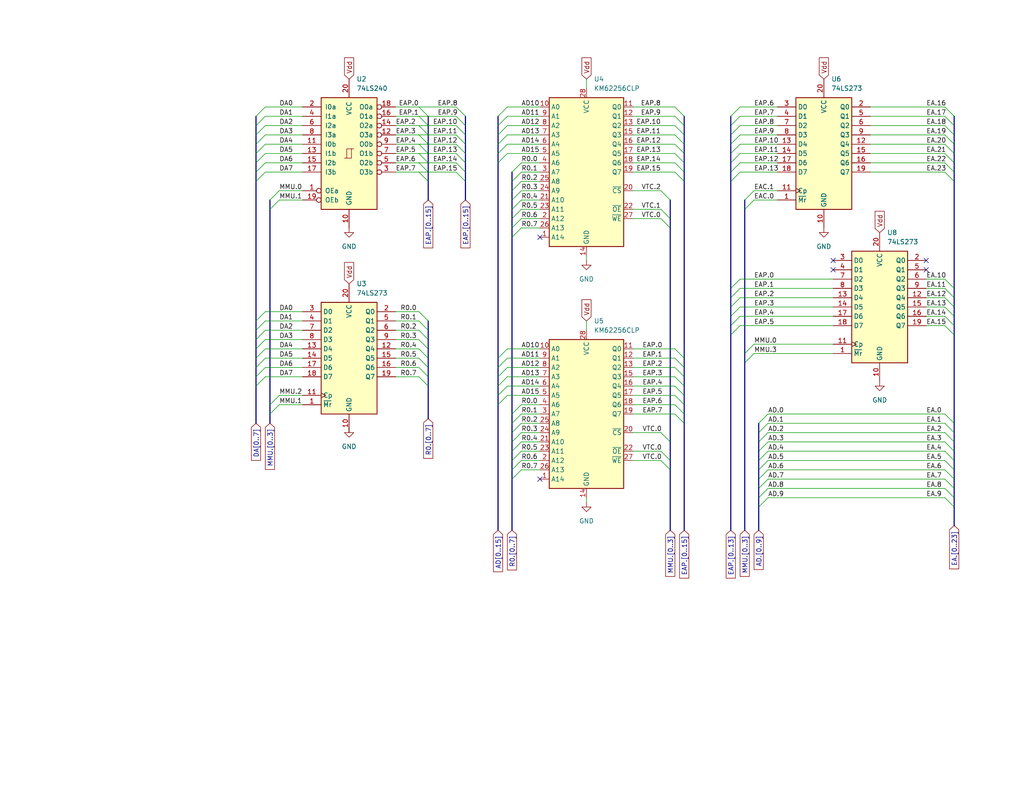
<source format=kicad_sch>
(kicad_sch (version 20211123) (generator eeschema)
  (paper "USLetter")
  (lib_symbols
    (symbol "74xx:74LS240" (pin_names (offset 1.016))
      (property "Reference" "U" (at -7.62 16.51 0))
      (property "Value" "74LS240" (at -7.62 -16.51 0))
      (symbol "74LS240_1_0"
        (polyline (pts (xy -0.635 -1.27) (xy -0.635 1.27) (xy 0.635 1.27)))
        (polyline (pts (xy -1.27 -1.27) (xy 0.635 -1.27) (xy 0.635 1.27) (xy 1.27 1.27)))
        (pin input inverted (at -12.7 -10.16 0) (length 5.08) (name "OEa") (number "1"))
        (pin power_in line (at 0 -20.32 90) (length 5.08) (name "GND") (number "10"))
        (pin input line (at -12.7 2.54 0) (length 5.08) (name "I0b") (number "11"))
        (pin tri_state inverted (at 12.7 5.08 180) (length 5.08) (name "O3a") (number "12"))
        (pin input line (at -12.7 0 0) (length 5.08) (name "I1b") (number "13"))
        (pin tri_state inverted (at 12.7 7.62 180) (length 5.08) (name "O2a") (number "14"))
        (pin input line (at -12.7 -2.54 0) (length 5.08) (name "I2b") (number "15"))
        (pin tri_state inverted (at 12.7 10.16 180) (length 5.08) (name "O1a") (number "16"))
        (pin input line (at -12.7 -5.08 0) (length 5.08) (name "I3b") (number "17"))
        (pin tri_state inverted (at 12.7 12.7 180) (length 5.08) (name "O0a") (number "18"))
        (pin input inverted (at -12.7 -12.7 0) (length 5.08) (name "OEb") (number "19"))
        (pin input line (at -12.7 12.7 0) (length 5.08) (name "I0a") (number "2"))
        (pin power_in line (at 0 20.32 270) (length 5.08) (name "VCC") (number "20"))
        (pin tri_state inverted (at 12.7 -5.08 180) (length 5.08) (name "O3b") (number "3"))
        (pin input line (at -12.7 10.16 0) (length 5.08) (name "I1a") (number "4"))
        (pin tri_state inverted (at 12.7 -2.54 180) (length 5.08) (name "O2b") (number "5"))
        (pin input line (at -12.7 7.62 0) (length 5.08) (name "I2a") (number "6"))
        (pin tri_state inverted (at 12.7 0 180) (length 5.08) (name "O1b") (number "7"))
        (pin input line (at -12.7 5.08 0) (length 5.08) (name "I3a") (number "8"))
        (pin tri_state inverted (at 12.7 2.54 180) (length 5.08) (name "O0b") (number "9"))
      )
      (symbol "74LS240_1_1"
        (rectangle (start -7.62 15.24) (end 7.62 -15.24) (stroke (width 0.254)) (fill (type background)))
      )
    )
    (symbol "74xx:74LS273"
      (property "Reference" "U" (at -7.62 16.51 0))
      (property "Value" "74LS273" (at -7.62 -16.51 0))
      (symbol "74LS273_1_0"
        (pin input line (at -12.7 -12.7 0) (length 5.08) (name "~{Mr}") (number "1"))
        (pin power_in line (at 0 -20.32 90) (length 5.08) (name "GND") (number "10"))
        (pin input clock (at -12.7 -10.16 0) (length 5.08) (name "Cp") (number "11"))
        (pin output line (at 12.7 2.54 180) (length 5.08) (name "Q4") (number "12"))
        (pin input line (at -12.7 2.54 0) (length 5.08) (name "D4") (number "13"))
        (pin input line (at -12.7 0 0) (length 5.08) (name "D5") (number "14"))
        (pin output line (at 12.7 0 180) (length 5.08) (name "Q5") (number "15"))
        (pin output line (at 12.7 -2.54 180) (length 5.08) (name "Q6") (number "16"))
        (pin input line (at -12.7 -2.54 0) (length 5.08) (name "D6") (number "17"))
        (pin input line (at -12.7 -5.08 0) (length 5.08) (name "D7") (number "18"))
        (pin output line (at 12.7 -5.08 180) (length 5.08) (name "Q7") (number "19"))
        (pin output line (at 12.7 12.7 180) (length 5.08) (name "Q0") (number "2"))
        (pin power_in line (at 0 20.32 270) (length 5.08) (name "VCC") (number "20"))
        (pin input line (at -12.7 12.7 0) (length 5.08) (name "D0") (number "3"))
        (pin input line (at -12.7 10.16 0) (length 5.08) (name "D1") (number "4"))
        (pin output line (at 12.7 10.16 180) (length 5.08) (name "Q1") (number "5"))
        (pin output line (at 12.7 7.62 180) (length 5.08) (name "Q2") (number "6"))
        (pin input line (at -12.7 7.62 0) (length 5.08) (name "D2") (number "7"))
        (pin input line (at -12.7 5.08 0) (length 5.08) (name "D3") (number "8"))
        (pin output line (at 12.7 5.08 180) (length 5.08) (name "Q3") (number "9"))
      )
      (symbol "74LS273_1_1"
        (rectangle (start -7.62 15.24) (end 7.62 -15.24) (stroke (width 0.254)) (fill (type background)))
      )
    )
    (symbol "Memory_RAM:KM62256CLP"
      (property "Reference" "U" (at -10.16 20.955 0))
      (property "Value" "KM62256CLP" (at 2.54 20.955 0))
      (symbol "KM62256CLP_0_0"
        (pin power_in line (at 0 -22.86 90) (length 2.54) (name "GND") (number "14"))
        (pin power_in line (at 0 22.86 270) (length 2.54) (name "VCC") (number "28"))
      )
      (symbol "KM62256CLP_0_1"
        (rectangle (start -10.16 20.32) (end 10.16 -20.32) (stroke (width 0.254)) (fill (type background)))
      )
      (symbol "KM62256CLP_1_1"
        (pin input line (at -12.7 -17.78 0) (length 2.54) (name "A14") (number "1"))
        (pin input line (at -12.7 17.78 0) (length 2.54) (name "A0") (number "10"))
        (pin tri_state line (at 12.7 17.78 180) (length 2.54) (name "Q0") (number "11"))
        (pin tri_state line (at 12.7 15.24 180) (length 2.54) (name "Q1") (number "12"))
        (pin tri_state line (at 12.7 12.7 180) (length 2.54) (name "Q2") (number "13"))
        (pin tri_state line (at 12.7 10.16 180) (length 2.54) (name "Q3") (number "15"))
        (pin tri_state line (at 12.7 7.62 180) (length 2.54) (name "Q4") (number "16"))
        (pin tri_state line (at 12.7 5.08 180) (length 2.54) (name "Q5") (number "17"))
        (pin tri_state line (at 12.7 2.54 180) (length 2.54) (name "Q6") (number "18"))
        (pin tri_state line (at 12.7 0 180) (length 2.54) (name "Q7") (number "19"))
        (pin input line (at -12.7 -12.7 0) (length 2.54) (name "A12") (number "2"))
        (pin input line (at 12.7 -5.08 180) (length 2.54) (name "~{CS}") (number "20"))
        (pin input line (at -12.7 -7.62 0) (length 2.54) (name "A10") (number "21"))
        (pin input line (at 12.7 -10.16 180) (length 2.54) (name "~{OE}") (number "22"))
        (pin input line (at -12.7 -10.16 0) (length 2.54) (name "A11") (number "23"))
        (pin input line (at -12.7 -5.08 0) (length 2.54) (name "A9") (number "24"))
        (pin input line (at -12.7 -2.54 0) (length 2.54) (name "A8") (number "25"))
        (pin input line (at -12.7 -15.24 0) (length 2.54) (name "A13") (number "26"))
        (pin input line (at 12.7 -12.7 180) (length 2.54) (name "~{WE}") (number "27"))
        (pin input line (at -12.7 0 0) (length 2.54) (name "A7") (number "3"))
        (pin input line (at -12.7 2.54 0) (length 2.54) (name "A6") (number "4"))
        (pin input line (at -12.7 5.08 0) (length 2.54) (name "A5") (number "5"))
        (pin input line (at -12.7 7.62 0) (length 2.54) (name "A4") (number "6"))
        (pin input line (at -12.7 10.16 0) (length 2.54) (name "A3") (number "7"))
        (pin input line (at -12.7 12.7 0) (length 2.54) (name "A2") (number "8"))
        (pin input line (at -12.7 15.24 0) (length 2.54) (name "A1") (number "9"))
      )
    )
    (symbol "power:GND" (power) (pin_names (offset 0))
      (property "Value" "GND" (at 0 -3.81 0))
      (symbol "GND_0_1"
        (polyline (pts (xy 0 0) (xy 0 -1.27) (xy 1.27 -1.27) (xy 0 -2.54) (xy -1.27 -1.27) (xy 0 -1.27)))
      )
      (symbol "GND_1_1"
        (pin power_in line (at 0 0 270) (length 0) hide (name "GND") (number "1"))
      )
    )
  )
  (no_connect (at 227.33 71.12))
  (no_connect (at 227.33 73.66))
  (no_connect (at 252.73 73.66))
  (no_connect (at 252.73 71.12))
  (no_connect (at 147.32 64.77))
  (no_connect (at 147.32 130.81))
  (bus_entry (at 186.69 102.87) (size -2.54 -2.54))
  (bus_entry (at 116.84 105.41) (size -2.54 -2.54))
  (bus_entry (at 260.35 91.44) (size -2.54 -2.54))
  (bus_entry (at 139.7 46.99) (size 2.54 -2.54))
  (bus_entry (at 135.89 105.41) (size 2.54 -2.54))
  (bus_entry (at 116.84 41.91) (size -2.54 -2.54))
  (bus_entry (at 260.35 49.53) (size -2.54 -2.54))
  (bus_entry (at 182.88 120.65) (size -2.54 -2.54))
  (bus_entry (at 116.84 49.53) (size -2.54 -2.54))
  (bus_entry (at 135.89 31.75) (size 2.54 -2.54))
  (bus_entry (at 186.69 110.49) (size -2.54 -2.54))
  (bus_entry (at 135.89 97.79) (size 2.54 -2.54))
  (bus_entry (at 73.66 113.03) (size 2.54 -2.54))
  (bus_entry (at 207.01 138.43) (size 2.54 -2.54))
  (bus_entry (at 199.39 88.9) (size 2.54 -2.54))
  (bus_entry (at 139.7 59.69) (size 2.54 -2.54))
  (bus_entry (at 199.39 91.44) (size 2.54 -2.54))
  (bus_entry (at 260.35 88.9) (size -2.54 -2.54))
  (bus_entry (at 135.89 36.83) (size 2.54 -2.54))
  (bus_entry (at 203.2 57.15) (size 2.54 -2.54))
  (bus_entry (at 186.69 107.95) (size -2.54 -2.54))
  (bus_entry (at 116.84 46.99) (size -2.54 -2.54))
  (bus_entry (at 207.01 120.65) (size 2.54 -2.54))
  (bus_entry (at 69.85 39.37) (size 2.54 -2.54))
  (bus_entry (at 69.85 36.83) (size 2.54 -2.54))
  (bus_entry (at 260.35 123.19) (size -2.54 -2.54))
  (bus_entry (at 186.69 44.45) (size -2.54 -2.54))
  (bus_entry (at 116.84 95.25) (size -2.54 -2.54))
  (bus_entry (at 182.88 125.73) (size -2.54 -2.54))
  (bus_entry (at 182.88 62.23) (size -2.54 -2.54))
  (bus_entry (at 135.89 110.49) (size 2.54 -2.54))
  (bus_entry (at 260.35 34.29) (size -2.54 -2.54))
  (bus_entry (at 116.84 36.83) (size -2.54 -2.54))
  (bus_entry (at 135.89 41.91) (size 2.54 -2.54))
  (bus_entry (at 186.69 36.83) (size -2.54 -2.54))
  (bus_entry (at 207.01 130.81) (size 2.54 -2.54))
  (bus_entry (at 135.89 44.45) (size 2.54 -2.54))
  (bus_entry (at 139.7 130.81) (size 2.54 -2.54))
  (bus_entry (at 207.01 118.11) (size 2.54 -2.54))
  (bus_entry (at 116.84 31.75) (size -2.54 -2.54))
  (bus_entry (at 69.85 49.53) (size 2.54 -2.54))
  (bus_entry (at 260.35 115.57) (size -2.54 -2.54))
  (bus_entry (at 199.39 34.29) (size 2.54 -2.54))
  (bus_entry (at 207.01 133.35) (size 2.54 -2.54))
  (bus_entry (at 260.35 133.35) (size -2.54 -2.54))
  (bus_entry (at 260.35 31.75) (size -2.54 -2.54))
  (bus_entry (at 116.84 39.37) (size -2.54 -2.54))
  (bus_entry (at 127 44.45) (size -2.54 -2.54))
  (bus_entry (at 260.35 86.36) (size -2.54 -2.54))
  (bus_entry (at 186.69 31.75) (size -2.54 -2.54))
  (bus_entry (at 139.7 118.11) (size 2.54 -2.54))
  (bus_entry (at 69.85 41.91) (size 2.54 -2.54))
  (bus_entry (at 139.7 49.53) (size 2.54 -2.54))
  (bus_entry (at 260.35 44.45) (size -2.54 -2.54))
  (bus_entry (at 69.85 100.33) (size 2.54 -2.54))
  (bus_entry (at 186.69 49.53) (size -2.54 -2.54))
  (bus_entry (at 135.89 39.37) (size 2.54 -2.54))
  (bus_entry (at 260.35 46.99) (size -2.54 -2.54))
  (bus_entry (at 127 31.75) (size -2.54 -2.54))
  (bus_entry (at 73.66 110.49) (size 2.54 -2.54))
  (bus_entry (at 182.88 59.69) (size -2.54 -2.54))
  (bus_entry (at 73.66 57.15) (size 2.54 -2.54))
  (bus_entry (at 127 49.53) (size -2.54 -2.54))
  (bus_entry (at 260.35 81.28) (size -2.54 -2.54))
  (bus_entry (at 260.35 41.91) (size -2.54 -2.54))
  (bus_entry (at 199.39 86.36) (size 2.54 -2.54))
  (bus_entry (at 260.35 125.73) (size -2.54 -2.54))
  (bus_entry (at 139.7 128.27) (size 2.54 -2.54))
  (bus_entry (at 186.69 39.37) (size -2.54 -2.54))
  (bus_entry (at 139.7 123.19) (size 2.54 -2.54))
  (bus_entry (at 182.88 128.27) (size -2.54 -2.54))
  (bus_entry (at 186.69 41.91) (size -2.54 -2.54))
  (bus_entry (at 114.3 85.09) (size 2.54 2.54))
  (bus_entry (at 114.3 87.63) (size 2.54 2.54))
  (bus_entry (at 69.85 105.41) (size 2.54 -2.54))
  (bus_entry (at 260.35 135.89) (size -2.54 -2.54))
  (bus_entry (at 260.35 36.83) (size -2.54 -2.54))
  (bus_entry (at 69.85 92.71) (size 2.54 -2.54))
  (bus_entry (at 260.35 120.65) (size -2.54 -2.54))
  (bus_entry (at 260.35 78.74) (size -2.54 -2.54))
  (bus_entry (at 135.89 34.29) (size 2.54 -2.54))
  (bus_entry (at 260.35 83.82) (size -2.54 -2.54))
  (bus_entry (at 69.85 102.87) (size 2.54 -2.54))
  (bus_entry (at 69.85 97.79) (size 2.54 -2.54))
  (bus_entry (at 199.39 46.99) (size 2.54 -2.54))
  (bus_entry (at 186.69 34.29) (size -2.54 -2.54))
  (bus_entry (at 135.89 102.87) (size 2.54 -2.54))
  (bus_entry (at 116.84 102.87) (size -2.54 -2.54))
  (bus_entry (at 186.69 97.79) (size -2.54 -2.54))
  (bus_entry (at 69.85 87.63) (size 2.54 -2.54))
  (bus_entry (at 127 34.29) (size -2.54 -2.54))
  (bus_entry (at 135.89 107.95) (size 2.54 -2.54))
  (bus_entry (at 73.66 54.61) (size 2.54 -2.54))
  (bus_entry (at 127 41.91) (size -2.54 -2.54))
  (bus_entry (at 199.39 81.28) (size 2.54 -2.54))
  (bus_entry (at 207.01 128.27) (size 2.54 -2.54))
  (bus_entry (at 127 39.37) (size -2.54 -2.54))
  (bus_entry (at 199.39 31.75) (size 2.54 -2.54))
  (bus_entry (at 203.2 99.06) (size 2.54 -2.54))
  (bus_entry (at 139.7 113.03) (size 2.54 -2.54))
  (bus_entry (at 260.35 118.11) (size -2.54 -2.54))
  (bus_entry (at 69.85 31.75) (size 2.54 -2.54))
  (bus_entry (at 139.7 54.61) (size 2.54 -2.54))
  (bus_entry (at 139.7 120.65) (size 2.54 -2.54))
  (bus_entry (at 139.7 64.77) (size 2.54 -2.54))
  (bus_entry (at 116.84 92.71) (size -2.54 -2.54))
  (bus_entry (at 199.39 83.82) (size 2.54 -2.54))
  (bus_entry (at 199.39 44.45) (size 2.54 -2.54))
  (bus_entry (at 207.01 115.57) (size 2.54 -2.54))
  (bus_entry (at 139.7 57.15) (size 2.54 -2.54))
  (bus_entry (at 260.35 128.27) (size -2.54 -2.54))
  (bus_entry (at 116.84 100.33) (size -2.54 -2.54))
  (bus_entry (at 69.85 95.25) (size 2.54 -2.54))
  (bus_entry (at 116.84 97.79) (size -2.54 -2.54))
  (bus_entry (at 69.85 44.45) (size 2.54 -2.54))
  (bus_entry (at 203.2 54.61) (size 2.54 -2.54))
  (bus_entry (at 199.39 41.91) (size 2.54 -2.54))
  (bus_entry (at 139.7 115.57) (size 2.54 -2.54))
  (bus_entry (at 139.7 62.23) (size 2.54 -2.54))
  (bus_entry (at 186.69 100.33) (size -2.54 -2.54))
  (bus_entry (at 260.35 130.81) (size -2.54 -2.54))
  (bus_entry (at 199.39 39.37) (size 2.54 -2.54))
  (bus_entry (at 69.85 34.29) (size 2.54 -2.54))
  (bus_entry (at 260.35 138.43) (size -2.54 -2.54))
  (bus_entry (at 69.85 46.99) (size 2.54 -2.54))
  (bus_entry (at 199.39 78.74) (size 2.54 -2.54))
  (bus_entry (at 182.88 54.61) (size -2.54 -2.54))
  (bus_entry (at 186.69 113.03) (size -2.54 -2.54))
  (bus_entry (at 207.01 123.19) (size 2.54 -2.54))
  (bus_entry (at 207.01 135.89) (size 2.54 -2.54))
  (bus_entry (at 116.84 44.45) (size -2.54 -2.54))
  (bus_entry (at 69.85 90.17) (size 2.54 -2.54))
  (bus_entry (at 199.39 49.53) (size 2.54 -2.54))
  (bus_entry (at 135.89 100.33) (size 2.54 -2.54))
  (bus_entry (at 260.35 39.37) (size -2.54 -2.54))
  (bus_entry (at 203.2 96.52) (size 2.54 -2.54))
  (bus_entry (at 127 46.99) (size -2.54 -2.54))
  (bus_entry (at 207.01 125.73) (size 2.54 -2.54))
  (bus_entry (at 186.69 46.99) (size -2.54 -2.54))
  (bus_entry (at 186.69 105.41) (size -2.54 -2.54))
  (bus_entry (at 139.7 52.07) (size 2.54 -2.54))
  (bus_entry (at 116.84 34.29) (size -2.54 -2.54))
  (bus_entry (at 139.7 125.73) (size 2.54 -2.54))
  (bus_entry (at 186.69 115.57) (size -2.54 -2.54))
  (bus_entry (at 199.39 36.83) (size 2.54 -2.54))
  (bus_entry (at 127 36.83) (size -2.54 -2.54))
  (wire (pts (xy 201.93 34.29) (xy 212.09 34.29)))
  (wire (pts (xy 142.24 54.61) (xy 147.32 54.61)))
  (wire (pts (xy 172.72 100.33) (xy 184.15 100.33)))
  (wire (pts (xy 201.93 81.28) (xy 227.33 81.28)))
  (bus (pts (xy 139.7 52.07) (xy 139.7 54.61)))
  (wire (pts (xy 142.24 123.19) (xy 147.32 123.19)))
  (wire (pts (xy 237.49 29.21) (xy 257.81 29.21)))
  (bus (pts (xy 260.35 128.27) (xy 260.35 130.81)))
  (wire (pts (xy 72.39 100.33) (xy 82.55 100.33)))
  (bus (pts (xy 69.85 100.33) (xy 69.85 102.87)))
  (bus (pts (xy 135.89 110.49) (xy 135.89 144.78)))
  (bus (pts (xy 69.85 34.29) (xy 69.85 36.83)))
  (wire (pts (xy 201.93 78.74) (xy 227.33 78.74)))
  (wire (pts (xy 142.24 118.11) (xy 147.32 118.11)))
  (bus (pts (xy 207.01 133.35) (xy 207.01 135.89)))
  (bus (pts (xy 116.84 87.63) (xy 116.84 90.17)))
  (bus (pts (xy 127 46.99) (xy 127 49.53)))
  (bus (pts (xy 116.84 102.87) (xy 116.84 105.41)))
  (bus (pts (xy 260.35 31.75) (xy 260.35 34.29)))
  (wire (pts (xy 142.24 57.15) (xy 147.32 57.15)))
  (wire (pts (xy 172.72 52.07) (xy 180.34 52.07)))
  (bus (pts (xy 186.69 44.45) (xy 186.69 46.99)))
  (bus (pts (xy 69.85 41.91) (xy 69.85 44.45)))
  (bus (pts (xy 135.89 34.29) (xy 135.89 36.83)))
  (wire (pts (xy 138.43 31.75) (xy 147.32 31.75)))
  (wire (pts (xy 201.93 88.9) (xy 227.33 88.9)))
  (wire (pts (xy 107.95 39.37) (xy 114.3 39.37)))
  (wire (pts (xy 72.39 31.75) (xy 82.55 31.75)))
  (bus (pts (xy 139.7 46.99) (xy 139.7 49.53)))
  (bus (pts (xy 69.85 39.37) (xy 69.85 41.91)))
  (wire (pts (xy 72.39 102.87) (xy 82.55 102.87)))
  (bus (pts (xy 73.66 57.15) (xy 73.66 110.49)))
  (bus (pts (xy 199.39 78.74) (xy 199.39 81.28)))
  (wire (pts (xy 142.24 52.07) (xy 147.32 52.07)))
  (wire (pts (xy 114.3 34.29) (xy 116.84 34.29)))
  (wire (pts (xy 172.72 46.99) (xy 184.15 46.99)))
  (bus (pts (xy 127 41.91) (xy 127 44.45)))
  (bus (pts (xy 69.85 49.53) (xy 69.85 87.63)))
  (bus (pts (xy 203.2 96.52) (xy 203.2 99.06)))
  (wire (pts (xy 107.95 41.91) (xy 114.3 41.91)))
  (wire (pts (xy 201.93 44.45) (xy 212.09 44.45)))
  (wire (pts (xy 107.95 102.87) (xy 114.3 102.87)))
  (wire (pts (xy 116.84 44.45) (xy 124.46 44.45)))
  (wire (pts (xy 160.02 71.12) (xy 160.02 69.85)))
  (wire (pts (xy 172.72 110.49) (xy 184.15 110.49)))
  (wire (pts (xy 72.39 97.79) (xy 82.55 97.79)))
  (wire (pts (xy 252.73 83.82) (xy 257.81 83.82)))
  (wire (pts (xy 160.02 87.63) (xy 160.02 90.17)))
  (wire (pts (xy 114.3 46.99) (xy 116.84 46.99)))
  (wire (pts (xy 252.73 78.74) (xy 257.81 78.74)))
  (wire (pts (xy 172.72 41.91) (xy 184.15 41.91)))
  (bus (pts (xy 135.89 44.45) (xy 135.89 97.79)))
  (wire (pts (xy 76.2 107.95) (xy 82.55 107.95)))
  (bus (pts (xy 139.7 118.11) (xy 139.7 120.65)))
  (wire (pts (xy 237.49 41.91) (xy 257.81 41.91)))
  (bus (pts (xy 69.85 105.41) (xy 69.85 115.57)))
  (bus (pts (xy 116.84 41.91) (xy 116.84 44.45)))
  (bus (pts (xy 260.35 49.53) (xy 260.35 78.74)))
  (bus (pts (xy 182.88 120.65) (xy 182.88 125.73)))
  (wire (pts (xy 172.72 39.37) (xy 184.15 39.37)))
  (wire (pts (xy 160.02 21.59) (xy 160.02 24.13)))
  (bus (pts (xy 207.01 123.19) (xy 207.01 125.73)))
  (wire (pts (xy 142.24 49.53) (xy 147.32 49.53)))
  (bus (pts (xy 127 36.83) (xy 127 39.37)))
  (bus (pts (xy 116.84 92.71) (xy 116.84 95.25)))
  (wire (pts (xy 114.3 31.75) (xy 107.95 31.75)))
  (bus (pts (xy 135.89 36.83) (xy 135.89 39.37)))
  (wire (pts (xy 116.84 34.29) (xy 124.46 34.29)))
  (bus (pts (xy 135.89 97.79) (xy 135.89 100.33)))
  (bus (pts (xy 260.35 81.28) (xy 260.35 83.82)))
  (wire (pts (xy 201.93 36.83) (xy 212.09 36.83)))
  (bus (pts (xy 260.35 83.82) (xy 260.35 86.36)))
  (wire (pts (xy 201.93 39.37) (xy 212.09 39.37)))
  (bus (pts (xy 116.84 46.99) (xy 116.84 49.53)))
  (bus (pts (xy 186.69 34.29) (xy 186.69 36.83)))
  (wire (pts (xy 138.43 100.33) (xy 147.32 100.33)))
  (wire (pts (xy 209.55 118.11) (xy 257.81 118.11)))
  (bus (pts (xy 69.85 95.25) (xy 69.85 97.79)))
  (bus (pts (xy 139.7 120.65) (xy 139.7 123.19)))
  (bus (pts (xy 207.01 120.65) (xy 207.01 123.19)))
  (wire (pts (xy 142.24 125.73) (xy 147.32 125.73)))
  (bus (pts (xy 203.2 57.15) (xy 203.2 96.52)))
  (bus (pts (xy 186.69 102.87) (xy 186.69 105.41)))
  (bus (pts (xy 186.69 41.91) (xy 186.69 44.45)))
  (wire (pts (xy 76.2 110.49) (xy 82.55 110.49)))
  (wire (pts (xy 138.43 41.91) (xy 147.32 41.91)))
  (wire (pts (xy 209.55 133.35) (xy 257.81 133.35)))
  (bus (pts (xy 135.89 100.33) (xy 135.89 102.87)))
  (wire (pts (xy 201.93 29.21) (xy 212.09 29.21)))
  (wire (pts (xy 252.73 88.9) (xy 257.81 88.9)))
  (wire (pts (xy 201.93 46.99) (xy 212.09 46.99)))
  (bus (pts (xy 203.2 54.61) (xy 203.2 57.15)))
  (wire (pts (xy 237.49 39.37) (xy 257.81 39.37)))
  (bus (pts (xy 199.39 83.82) (xy 199.39 86.36)))
  (wire (pts (xy 72.39 36.83) (xy 82.55 36.83)))
  (wire (pts (xy 114.3 41.91) (xy 116.84 41.91)))
  (bus (pts (xy 207.01 128.27) (xy 207.01 130.81)))
  (bus (pts (xy 135.89 31.75) (xy 135.89 34.29)))
  (bus (pts (xy 260.35 44.45) (xy 260.35 46.99)))
  (wire (pts (xy 172.72 31.75) (xy 184.15 31.75)))
  (wire (pts (xy 72.39 90.17) (xy 82.55 90.17)))
  (wire (pts (xy 209.55 113.03) (xy 257.81 113.03)))
  (bus (pts (xy 260.35 86.36) (xy 260.35 88.9)))
  (bus (pts (xy 260.35 36.83) (xy 260.35 39.37)))
  (wire (pts (xy 209.55 123.19) (xy 257.81 123.19)))
  (bus (pts (xy 139.7 128.27) (xy 139.7 130.81)))
  (wire (pts (xy 138.43 97.79) (xy 147.32 97.79)))
  (bus (pts (xy 260.35 135.89) (xy 260.35 138.43)))
  (bus (pts (xy 207.01 130.81) (xy 207.01 133.35)))
  (wire (pts (xy 160.02 137.16) (xy 160.02 135.89)))
  (wire (pts (xy 107.95 34.29) (xy 114.3 34.29)))
  (bus (pts (xy 260.35 41.91) (xy 260.35 44.45)))
  (bus (pts (xy 116.84 90.17) (xy 116.84 92.71)))
  (wire (pts (xy 201.93 31.75) (xy 212.09 31.75)))
  (bus (pts (xy 186.69 115.57) (xy 186.69 144.78)))
  (wire (pts (xy 138.43 29.21) (xy 147.32 29.21)))
  (wire (pts (xy 209.55 120.65) (xy 257.81 120.65)))
  (bus (pts (xy 207.01 138.43) (xy 207.01 144.78)))
  (bus (pts (xy 203.2 99.06) (xy 203.2 144.78)))
  (wire (pts (xy 142.24 115.57) (xy 147.32 115.57)))
  (wire (pts (xy 142.24 128.27) (xy 147.32 128.27)))
  (wire (pts (xy 95.25 118.11) (xy 95.25 116.84)))
  (bus (pts (xy 182.88 54.61) (xy 182.88 59.69)))
  (bus (pts (xy 127 39.37) (xy 127 41.91)))
  (bus (pts (xy 116.84 97.79) (xy 116.84 100.33)))
  (wire (pts (xy 205.74 54.61) (xy 212.09 54.61)))
  (wire (pts (xy 172.72 36.83) (xy 184.15 36.83)))
  (wire (pts (xy 116.84 36.83) (xy 124.46 36.83)))
  (wire (pts (xy 107.95 85.09) (xy 114.3 85.09)))
  (wire (pts (xy 209.55 130.81) (xy 257.81 130.81)))
  (wire (pts (xy 205.74 93.98) (xy 227.33 93.98)))
  (wire (pts (xy 172.72 57.15) (xy 180.34 57.15)))
  (wire (pts (xy 252.73 81.28) (xy 257.81 81.28)))
  (wire (pts (xy 72.39 29.21) (xy 82.55 29.21)))
  (wire (pts (xy 237.49 31.75) (xy 257.81 31.75)))
  (wire (pts (xy 107.95 95.25) (xy 114.3 95.25)))
  (bus (pts (xy 116.84 100.33) (xy 116.84 102.87)))
  (bus (pts (xy 73.66 54.61) (xy 73.66 57.15)))
  (wire (pts (xy 252.73 86.36) (xy 257.81 86.36)))
  (wire (pts (xy 237.49 44.45) (xy 257.81 44.45)))
  (wire (pts (xy 107.95 97.79) (xy 114.3 97.79)))
  (wire (pts (xy 205.74 96.52) (xy 227.33 96.52)))
  (wire (pts (xy 138.43 102.87) (xy 147.32 102.87)))
  (wire (pts (xy 138.43 34.29) (xy 147.32 34.29)))
  (bus (pts (xy 182.88 128.27) (xy 182.88 144.78)))
  (bus (pts (xy 116.84 44.45) (xy 116.84 46.99)))
  (bus (pts (xy 199.39 91.44) (xy 199.39 144.78)))
  (wire (pts (xy 172.72 97.79) (xy 184.15 97.79)))
  (bus (pts (xy 199.39 39.37) (xy 199.39 41.91)))
  (bus (pts (xy 139.7 123.19) (xy 139.7 125.73)))
  (bus (pts (xy 260.35 34.29) (xy 260.35 36.83)))
  (wire (pts (xy 237.49 36.83) (xy 257.81 36.83)))
  (bus (pts (xy 69.85 31.75) (xy 69.85 34.29)))
  (bus (pts (xy 260.35 115.57) (xy 260.35 118.11)))
  (wire (pts (xy 138.43 95.25) (xy 147.32 95.25)))
  (bus (pts (xy 139.7 59.69) (xy 139.7 62.23)))
  (bus (pts (xy 116.84 39.37) (xy 116.84 41.91)))
  (bus (pts (xy 135.89 107.95) (xy 135.89 110.49)))
  (bus (pts (xy 182.88 125.73) (xy 182.88 128.27)))
  (bus (pts (xy 199.39 36.83) (xy 199.39 39.37)))
  (wire (pts (xy 172.72 95.25) (xy 184.15 95.25)))
  (bus (pts (xy 207.01 118.11) (xy 207.01 120.65)))
  (bus (pts (xy 182.88 62.23) (xy 182.88 120.65)))
  (wire (pts (xy 172.72 59.69) (xy 180.34 59.69)))
  (wire (pts (xy 114.3 31.75) (xy 116.84 31.75)))
  (wire (pts (xy 172.72 29.21) (xy 184.15 29.21)))
  (bus (pts (xy 260.35 39.37) (xy 260.35 41.91)))
  (wire (pts (xy 107.95 90.17) (xy 114.3 90.17)))
  (wire (pts (xy 72.39 87.63) (xy 82.55 87.63)))
  (wire (pts (xy 142.24 62.23) (xy 147.32 62.23)))
  (bus (pts (xy 186.69 107.95) (xy 186.69 110.49)))
  (bus (pts (xy 260.35 46.99) (xy 260.35 49.53)))
  (wire (pts (xy 142.24 110.49) (xy 147.32 110.49)))
  (bus (pts (xy 127 44.45) (xy 127 46.99)))
  (bus (pts (xy 186.69 110.49) (xy 186.69 113.03)))
  (bus (pts (xy 139.7 64.77) (xy 139.7 113.03)))
  (wire (pts (xy 107.95 46.99) (xy 114.3 46.99)))
  (bus (pts (xy 260.35 123.19) (xy 260.35 125.73)))
  (bus (pts (xy 260.35 133.35) (xy 260.35 135.89)))
  (bus (pts (xy 139.7 115.57) (xy 139.7 118.11)))
  (wire (pts (xy 209.55 115.57) (xy 257.81 115.57)))
  (wire (pts (xy 72.39 44.45) (xy 82.55 44.45)))
  (bus (pts (xy 260.35 118.11) (xy 260.35 120.65)))
  (bus (pts (xy 199.39 81.28) (xy 199.39 83.82)))
  (bus (pts (xy 116.84 36.83) (xy 116.84 39.37)))
  (wire (pts (xy 237.49 46.99) (xy 257.81 46.99)))
  (bus (pts (xy 127 49.53) (xy 127 54.61)))
  (bus (pts (xy 186.69 36.83) (xy 186.69 39.37)))
  (wire (pts (xy 172.72 107.95) (xy 184.15 107.95)))
  (bus (pts (xy 186.69 31.75) (xy 186.69 34.29)))
  (bus (pts (xy 199.39 49.53) (xy 199.39 78.74)))
  (bus (pts (xy 139.7 62.23) (xy 139.7 64.77)))
  (wire (pts (xy 116.84 39.37) (xy 124.46 39.37)))
  (bus (pts (xy 116.84 34.29) (xy 116.84 36.83)))
  (wire (pts (xy 201.93 76.2) (xy 227.33 76.2)))
  (bus (pts (xy 186.69 39.37) (xy 186.69 41.91)))
  (wire (pts (xy 172.72 118.11) (xy 180.34 118.11)))
  (wire (pts (xy 107.95 36.83) (xy 114.3 36.83)))
  (wire (pts (xy 114.3 39.37) (xy 116.84 39.37)))
  (wire (pts (xy 114.3 29.21) (xy 107.95 29.21)))
  (bus (pts (xy 127 34.29) (xy 127 36.83)))
  (bus (pts (xy 186.69 49.53) (xy 186.69 97.79)))
  (bus (pts (xy 135.89 39.37) (xy 135.89 41.91)))
  (wire (pts (xy 116.84 46.99) (xy 124.46 46.99)))
  (wire (pts (xy 172.72 125.73) (xy 180.34 125.73)))
  (bus (pts (xy 260.35 120.65) (xy 260.35 123.19)))
  (wire (pts (xy 142.24 59.69) (xy 147.32 59.69)))
  (bus (pts (xy 207.01 135.89) (xy 207.01 138.43)))
  (wire (pts (xy 114.3 29.21) (xy 124.46 29.21)))
  (bus (pts (xy 69.85 87.63) (xy 69.85 90.17)))
  (bus (pts (xy 199.39 31.75) (xy 199.39 34.29)))
  (bus (pts (xy 116.84 31.75) (xy 116.84 34.29)))
  (wire (pts (xy 114.3 36.83) (xy 116.84 36.83)))
  (bus (pts (xy 135.89 105.41) (xy 135.89 107.95)))
  (wire (pts (xy 201.93 41.91) (xy 212.09 41.91)))
  (wire (pts (xy 201.93 86.36) (xy 227.33 86.36)))
  (wire (pts (xy 72.39 41.91) (xy 82.55 41.91)))
  (bus (pts (xy 260.35 88.9) (xy 260.35 91.44)))
  (wire (pts (xy 107.95 100.33) (xy 114.3 100.33)))
  (bus (pts (xy 199.39 88.9) (xy 199.39 91.44)))
  (bus (pts (xy 69.85 36.83) (xy 69.85 39.37)))
  (bus (pts (xy 186.69 46.99) (xy 186.69 49.53)))
  (bus (pts (xy 186.69 105.41) (xy 186.69 107.95)))
  (bus (pts (xy 260.35 130.81) (xy 260.35 133.35)))
  (bus (pts (xy 135.89 41.91) (xy 135.89 44.45)))
  (wire (pts (xy 114.3 44.45) (xy 116.84 44.45)))
  (bus (pts (xy 207.01 125.73) (xy 207.01 128.27)))
  (wire (pts (xy 138.43 39.37) (xy 147.32 39.37)))
  (wire (pts (xy 142.24 44.45) (xy 147.32 44.45)))
  (bus (pts (xy 260.35 78.74) (xy 260.35 81.28)))
  (bus (pts (xy 186.69 97.79) (xy 186.69 100.33)))
  (bus (pts (xy 116.84 105.41) (xy 116.84 114.3)))
  (bus (pts (xy 260.35 125.73) (xy 260.35 128.27)))
  (wire (pts (xy 76.2 54.61) (xy 82.55 54.61)))
  (wire (pts (xy 172.72 102.87) (xy 184.15 102.87)))
  (wire (pts (xy 72.39 34.29) (xy 82.55 34.29)))
  (wire (pts (xy 172.72 34.29) (xy 184.15 34.29)))
  (wire (pts (xy 172.72 105.41) (xy 184.15 105.41)))
  (bus (pts (xy 69.85 44.45) (xy 69.85 46.99)))
  (bus (pts (xy 69.85 102.87) (xy 69.85 105.41)))
  (bus (pts (xy 139.7 57.15) (xy 139.7 59.69)))
  (bus (pts (xy 69.85 97.79) (xy 69.85 100.33)))
  (bus (pts (xy 199.39 44.45) (xy 199.39 46.99)))
  (bus (pts (xy 139.7 130.81) (xy 139.7 144.78)))
  (bus (pts (xy 260.35 91.44) (xy 260.35 115.57)))
  (bus (pts (xy 116.84 49.53) (xy 116.84 54.61)))
  (wire (pts (xy 172.72 113.03) (xy 184.15 113.03)))
  (wire (pts (xy 72.39 85.09) (xy 82.55 85.09)))
  (wire (pts (xy 107.95 44.45) (xy 114.3 44.45)))
  (wire (pts (xy 201.93 83.82) (xy 227.33 83.82)))
  (bus (pts (xy 139.7 49.53) (xy 139.7 52.07)))
  (wire (pts (xy 107.95 87.63) (xy 114.3 87.63)))
  (bus (pts (xy 199.39 34.29) (xy 199.39 36.83)))
  (bus (pts (xy 73.66 110.49) (xy 73.66 113.03)))
  (bus (pts (xy 260.35 138.43) (xy 260.35 143.51)))
  (bus (pts (xy 139.7 54.61) (xy 139.7 57.15)))
  (bus (pts (xy 69.85 92.71) (xy 69.85 95.25)))
  (bus (pts (xy 186.69 113.03) (xy 186.69 115.57)))
  (wire (pts (xy 116.84 41.91) (xy 124.46 41.91)))
  (wire (pts (xy 138.43 36.83) (xy 147.32 36.83)))
  (wire (pts (xy 209.55 128.27) (xy 257.81 128.27)))
  (wire (pts (xy 209.55 125.73) (xy 257.81 125.73)))
  (wire (pts (xy 142.24 113.03) (xy 147.32 113.03)))
  (wire (pts (xy 172.72 123.19) (xy 180.34 123.19)))
  (wire (pts (xy 116.84 31.75) (xy 124.46 31.75)))
  (wire (pts (xy 76.2 52.07) (xy 82.55 52.07)))
  (bus (pts (xy 182.88 59.69) (xy 182.88 62.23)))
  (bus (pts (xy 139.7 113.03) (xy 139.7 115.57)))
  (wire (pts (xy 142.24 120.65) (xy 147.32 120.65)))
  (wire (pts (xy 205.74 52.07) (xy 212.09 52.07)))
  (wire (pts (xy 72.39 92.71) (xy 82.55 92.71)))
  (wire (pts (xy 138.43 107.95) (xy 147.32 107.95)))
  (bus (pts (xy 127 31.75) (xy 127 34.29)))
  (bus (pts (xy 69.85 46.99) (xy 69.85 49.53)))
  (wire (pts (xy 72.39 95.25) (xy 82.55 95.25)))
  (bus (pts (xy 199.39 41.91) (xy 199.39 44.45)))
  (wire (pts (xy 237.49 34.29) (xy 257.81 34.29)))
  (bus (pts (xy 186.69 100.33) (xy 186.69 102.87)))
  (wire (pts (xy 142.24 46.99) (xy 147.32 46.99)))
  (bus (pts (xy 116.84 95.25) (xy 116.84 97.79)))
  (bus (pts (xy 135.89 102.87) (xy 135.89 105.41)))
  (bus (pts (xy 207.01 115.57) (xy 207.01 118.11)))
  (wire (pts (xy 252.73 76.2) (xy 257.81 76.2)))
  (wire (pts (xy 107.95 92.71) (xy 114.3 92.71)))
  (bus (pts (xy 139.7 125.73) (xy 139.7 128.27)))
  (bus (pts (xy 69.85 90.17) (xy 69.85 92.71)))
  (wire (pts (xy 172.72 44.45) (xy 184.15 44.45)))
  (bus (pts (xy 73.66 113.03) (xy 73.66 115.57)))
  (wire (pts (xy 138.43 105.41) (xy 147.32 105.41)))
  (bus (pts (xy 199.39 46.99) (xy 199.39 49.53)))
  (wire (pts (xy 209.55 135.89) (xy 257.81 135.89)))
  (wire (pts (xy 72.39 46.99) (xy 82.55 46.99)))
  (wire (pts (xy 72.39 39.37) (xy 82.55 39.37)))
  (bus (pts (xy 199.39 86.36) (xy 199.39 88.9)))
  (label "EA.6" (at 252.73 128.27 0))
  (label "EA.2" (at 252.73 118.11 0))
  (label "R0.3" (at 142.24 118.11 0))
  (label "EA.10" (at 252.73 76.2 0))
  (label "EAP.10" (at 118.11 34.29 0))
  (label "R0.0" (at 109.22 85.09 0))
  (label "DA4" (at 76.2 95.25 0))
  (label "VTC.0" (at 180.34 59.69 180))
  (label "R0.7" (at 142.24 128.27 0))
  (label "DA1" (at 76.2 31.75 0))
  (label "AD15" (at 142.24 41.91 0))
  (label "EAP.12" (at 118.11 39.37 0))
  (label "R0.2" (at 142.24 49.53 0))
  (label "R0.5" (at 142.24 57.15 0))
  (label "AD11" (at 142.24 31.75 0))
  (label "EA.1" (at 252.73 115.57 0))
  (label "DA7" (at 76.2 46.99 0))
  (label "EAP.0" (at 205.74 76.2 0))
  (label "MMU.0" (at 76.2 52.07 0))
  (label "EAP.7" (at 205.74 31.75 0))
  (label "EA.13" (at 252.73 83.82 0))
  (label "R0.3" (at 142.24 52.07 0))
  (label "DA6" (at 76.2 100.33 0))
  (label "EAP.5" (at 205.74 88.9 0))
  (label "EAP.6" (at 107.95 44.45 0))
  (label "EAP.11" (at 180.34 36.83 180))
  (label "EAP.10" (at 180.34 34.29 180))
  (label "R0.0" (at 142.24 110.49 0))
  (label "EA.4" (at 252.73 123.19 0))
  (label "R0.6" (at 142.24 59.69 0))
  (label "EA.9" (at 252.73 135.89 0))
  (label "EAP.15" (at 180.34 46.99 180))
  (label "DA4" (at 76.2 39.37 0))
  (label "EAP.2" (at 175.26 100.33 0))
  (label "MMU.1" (at 76.2 54.61 0))
  (label "EAP.15" (at 118.11 46.99 0))
  (label "R0.0" (at 142.24 44.45 0))
  (label "EAP.4" (at 107.95 39.37 0))
  (label "AD15" (at 142.24 107.95 0))
  (label "AD10" (at 142.24 95.25 0))
  (label "VTC.0" (at 175.26 125.73 0))
  (label "EAP.8" (at 180.34 29.21 180))
  (label "EA.3" (at 252.73 120.65 0))
  (label "EAP.11" (at 118.11 36.83 0))
  (label "EA.22" (at 252.73 44.45 0))
  (label "EA.15" (at 252.73 88.9 0))
  (label "AD14" (at 142.24 39.37 0))
  (label "EAP.0" (at 114.3 29.21 180))
  (label "EA.20" (at 252.73 39.37 0))
  (label "EAP.8" (at 205.74 34.29 0))
  (label "AD13" (at 142.24 36.83 0))
  (label "EAP.2" (at 107.95 34.29 0))
  (label "EAP.4" (at 175.26 105.41 0))
  (label "EAP.3" (at 175.26 102.87 0))
  (label "R0.2" (at 142.24 115.57 0))
  (label "AD.1" (at 209.55 115.57 0))
  (label "DA5" (at 76.2 41.91 0))
  (label "EAP.5" (at 107.95 41.91 0))
  (label "AD13" (at 142.24 102.87 0))
  (label "R0.4" (at 142.24 54.61 0))
  (label "EAP.12" (at 180.34 39.37 180))
  (label "AD.3" (at 209.55 120.65 0))
  (label "DA5" (at 76.2 97.79 0))
  (label "R0.4" (at 109.22 95.25 0))
  (label "EAP.4" (at 205.74 86.36 0))
  (label "VTC.1" (at 180.34 57.15 180))
  (label "EAP.3" (at 205.74 83.82 0))
  (label "EA.11" (at 252.73 78.74 0))
  (label "AD.5" (at 209.55 125.73 0))
  (label "AD.4" (at 209.55 123.19 0))
  (label "AD.0" (at 209.55 113.03 0))
  (label "R0.7" (at 109.22 102.87 0))
  (label "EAP.13" (at 205.74 46.99 0))
  (label "EAP.6" (at 175.26 110.49 0))
  (label "R0.3" (at 109.22 92.71 0))
  (label "EAP.1" (at 205.74 78.74 0))
  (label "DA0" (at 76.2 29.21 0))
  (label "EA.12" (at 252.73 81.28 0))
  (label "AD12" (at 142.24 100.33 0))
  (label "MMU.3" (at 205.74 96.52 0))
  (label "VTC.2" (at 180.34 52.07 180))
  (label "EA.14" (at 252.73 86.36 0))
  (label "EAP.9" (at 180.34 31.75 180))
  (label "DA3" (at 76.2 92.71 0))
  (label "DA1" (at 76.2 87.63 0))
  (label "DA2" (at 76.2 90.17 0))
  (label "EAP.6" (at 205.74 29.21 0))
  (label "DA7" (at 76.2 102.87 0))
  (label "R0.1" (at 142.24 113.03 0))
  (label "R0.6" (at 109.22 100.33 0))
  (label "EAP.3" (at 107.95 36.83 0))
  (label "EAP.0" (at 175.26 95.25 0))
  (label "MMU.1" (at 76.2 110.49 0))
  (label "DA0" (at 76.2 85.09 0))
  (label "EA.7" (at 252.73 130.81 0))
  (label "R0.5" (at 142.24 123.19 0))
  (label "MMU.2" (at 76.2 107.95 0))
  (label "EAP.9" (at 119.38 31.75 0))
  (label "EAP.13" (at 180.34 41.91 180))
  (label "AD14" (at 142.24 105.41 0))
  (label "EA.5" (at 252.73 125.73 0))
  (label "EAC.0" (at 205.74 54.61 0))
  (label "EAP.1" (at 175.26 97.79 0))
  (label "AD.2" (at 209.55 118.11 0))
  (label "R0.4" (at 142.24 120.65 0))
  (label "EAP.9" (at 205.74 36.83 0))
  (label "EA.21" (at 252.73 41.91 0))
  (label "VTC.0" (at 175.26 123.19 0))
  (label "EA.0" (at 252.73 113.03 0))
  (label "EAP.14" (at 118.11 44.45 0))
  (label "EAP.14" (at 180.34 44.45 180))
  (label "R0.5" (at 109.22 97.79 0))
  (label "AD10" (at 142.24 29.21 0))
  (label "EA.17" (at 252.73 31.75 0))
  (label "EAP.11" (at 205.74 41.91 0))
  (label "AD12" (at 142.24 34.29 0))
  (label "MMU.0" (at 205.74 93.98 0))
  (label "EAC.1" (at 205.74 52.07 0))
  (label "AD.8" (at 209.55 133.35 0))
  (label "EA.8" (at 252.73 133.35 0))
  (label "EA.18" (at 252.73 34.29 0))
  (label "EAP.5" (at 175.26 107.95 0))
  (label "EA.19" (at 252.73 36.83 0))
  (label "R0.1" (at 142.24 46.99 0))
  (label "R0.1" (at 109.22 87.63 0))
  (label "R0.6" (at 142.24 125.73 0))
  (label "R0.2" (at 109.22 90.17 0))
  (label "AD.6" (at 209.55 128.27 0))
  (label "EAP.10" (at 205.74 39.37 0))
  (label "DA6" (at 76.2 44.45 0))
  (label "R0.7" (at 142.24 62.23 0))
  (label "AD.7" (at 209.55 130.81 0))
  (label "EAP.12" (at 205.74 44.45 0))
  (label "EAP.7" (at 175.26 113.03 0))
  (label "EA.16" (at 252.73 29.21 0))
  (label "EAP.7" (at 107.95 46.99 0))
  (label "EAP.13" (at 118.11 41.91 0))
  (label "EAP.2" (at 205.74 81.28 0))
  (label "VTC.0" (at 175.26 118.11 0))
  (label "EA.23" (at 252.73 46.99 0))
  (label "AD.9" (at 209.55 135.89 0))
  (label "EAP.1" (at 114.3 31.75 180))
  (label "EAP.8" (at 119.38 29.21 0))
  (label "AD11" (at 142.24 97.79 0))
  (label "DA3" (at 76.2 36.83 0))
  (label "DA2" (at 76.2 34.29 0))
  (global_label "EAP.[0..15]" (shape input) (at 116.84 54.61 270) (property "Intersheet References" "${INTERSHEET_REFS}" (effects hide)))
  (global_label "Vdd" (shape input) (at 160.02 87.63 90) (property "Intersheet References" "${INTERSHEET_REFS}" (effects hide)))
  (global_label "AD[0..15]" (shape input) (at 135.89 144.78 270) (property "Intersheet References" "${INTERSHEET_REFS}" (effects hide)))
  (global_label "EA.[0..23]" (shape input) (at 260.35 143.51 270) (property "Intersheet References" "${INTERSHEET_REFS}" (effects hide)))
  (global_label "R0.[0..7]" (shape input) (at 116.84 114.3 270) (property "Intersheet References" "${INTERSHEET_REFS}" (effects hide)))
  (global_label "EAP.[0..15]" (shape input) (at 186.69 144.78 270) (property "Intersheet References" "${INTERSHEET_REFS}" (effects hide)))
  (global_label "Vdd" (shape input) (at 95.25 21.59 90) (property "Intersheet References" "${INTERSHEET_REFS}" (effects hide)))
  (global_label "EAP.[0..15]" (shape input) (at 127 54.61 270) (property "Intersheet References" "${INTERSHEET_REFS}" (effects hide)))
  (global_label "MMU.[0..3]" (shape input) (at 73.66 115.57 270) (property "Intersheet References" "${INTERSHEET_REFS}" (effects hide)))
  (global_label "DA[0..7]" (shape input) (at 69.85 115.57 270) (property "Intersheet References" "${INTERSHEET_REFS}" (effects hide)))
  (global_label "Vdd" (shape input) (at 224.79 21.59 90) (property "Intersheet References" "${INTERSHEET_REFS}" (effects hide)))
  (global_label "Vdd" (shape input) (at 95.25 77.47 90) (property "Intersheet References" "${INTERSHEET_REFS}" (effects hide)))
  (global_label "Vdd" (shape input) (at 240.03 63.5 90) (property "Intersheet References" "${INTERSHEET_REFS}" (effects hide)))
  (global_label "Vdd" (shape input) (at 160.02 21.59 90) (property "Intersheet References" "${INTERSHEET_REFS}" (effects hide)))
  (global_label "AD.[0..9]" (shape input) (at 207.01 144.78 270) (property "Intersheet References" "${INTERSHEET_REFS}" (effects hide)))
  (global_label "EAP.[0..13]" (shape input) (at 199.39 144.78 270) (property "Intersheet References" "${INTERSHEET_REFS}" (effects hide)))
  (global_label "MMU.[0..3]" (shape input) (at 182.88 144.78 270) (property "Intersheet References" "${INTERSHEET_REFS}" (effects hide)))
  (global_label "R0.[0..7]" (shape input) (at 139.7 144.78 270) (property "Intersheet References" "${INTERSHEET_REFS}" (effects hide)))
  (global_label "MMU.[0..3]" (shape input) (at 203.2 144.78 270) (property "Intersheet References" "${INTERSHEET_REFS}" (effects hide)))
  (symbol (lib_id "power:GND") (at 224.79 62.23 0) (unit 1)
    (property "Reference" "#PWR06" (effects hide))
    (property "Value" "GND" (at 224.79 67.31 0))
  )
  (symbol (lib_id "power:GND") (at 95.25 116.84 0) (unit 1)
    (property "Reference" "#PWR03" (effects hide))
    (property "Value" "GND" (at 95.25 121.92 0))
  )
  (symbol (lib_id "power:GND") (at 240.03 104.14 0) (unit 1)
    (property "Reference" "#PWR08" (effects hide))
    (property "Value" "GND" (at 240.03 109.22 0))
  )
  (symbol (lib_id "Memory_RAM:KM62256CLP") (at 160.02 113.03 0) (unit 1)
    (property "Reference" "U5" (at 162.0394 87.63 0) (effects (justify left)))
    (property "Value" "KM62256CLP" (at 162.0394 90.17 0) (effects (justify left)))
    (property "Footprint" "Package_DIP:DIP-28_W15.24mm" (effects hide))
    (property "Datasheet" "https://www.futurlec.com/Datasheet/Memory/62256.pdf" (effects hide))
  )
  (symbol (lib_id "74xx:74LS273") (at 240.03 83.82 0) (unit 1)
    (property "Reference" "U8" (at 242.0494 63.5 0) (effects (justify left)))
    (property "Value" "74LS273" (at 242.0494 66.04 0) (effects (justify left)))
    (property "Datasheet" "http://www.ti.com/lit/gpn/sn74LS273" (effects hide))
  )
  (symbol (lib_id "power:GND") (at 160.02 137.16 0) (unit 1)
    (property "Reference" "#PWR05" (effects hide))
    (property "Value" "GND" (at 160.02 142.24 0))
  )
  (symbol (lib_id "Memory_RAM:KM62256CLP") (at 160.02 46.99 0) (unit 1)
    (property "Reference" "U4" (at 162.0394 21.59 0) (effects (justify left)))
    (property "Value" "KM62256CLP" (at 162.0394 24.13 0) (effects (justify left)))
    (property "Footprint" "Package_DIP:DIP-28_W15.24mm" (effects hide))
    (property "Datasheet" "https://www.futurlec.com/Datasheet/Memory/62256.pdf" (effects hide))
  )
  (symbol (lib_id "74xx:74LS273") (at 224.79 41.91 0) (unit 1)
    (property "Reference" "U6" (at 226.8094 21.59 0) (effects (justify left)))
    (property "Value" "74LS273" (at 226.8094 24.13 0) (effects (justify left)))
    (property "Datasheet" "http://www.ti.com/lit/gpn/sn74LS273" (effects hide))
  )
  (symbol (lib_id "power:GND") (at 95.25 62.23 0) (unit 1)
    (property "Reference" "#PWR02" (effects hide))
    (property "Value" "GND" (at 95.25 67.31 0))
  )
  (symbol (lib_id "power:GND") (at 160.02 71.12 0) (unit 1)
    (property "Reference" "#PWR04" (effects hide))
    (property "Value" "GND" (at 160.02 76.2 0))
  )
  (symbol (lib_id "74xx:74LS240") (at 95.25 41.91 0) (unit 1)
    (property "Reference" "U2" (at 97.2694 21.59 0) (effects (justify left)))
    (property "Value" "74LS240" (at 97.2694 24.13 0) (effects (justify left)))
    (property "Datasheet" "http://www.ti.com/lit/ds/symlink/sn74ls240.pdf" (effects hide))
  )
  (symbol (lib_id "74xx:74LS273") (at 95.25 97.79 0) (unit 1)
    (property "Reference" "U3" (at 97.2694 77.47 0) (effects (justify left)))
    (property "Value" "74LS273" (at 97.2694 80.01 0) (effects (justify left)))
    (property "Datasheet" "http://www.ti.com/lit/gpn/sn74LS273" (effects hide))
  )
)
</source>
